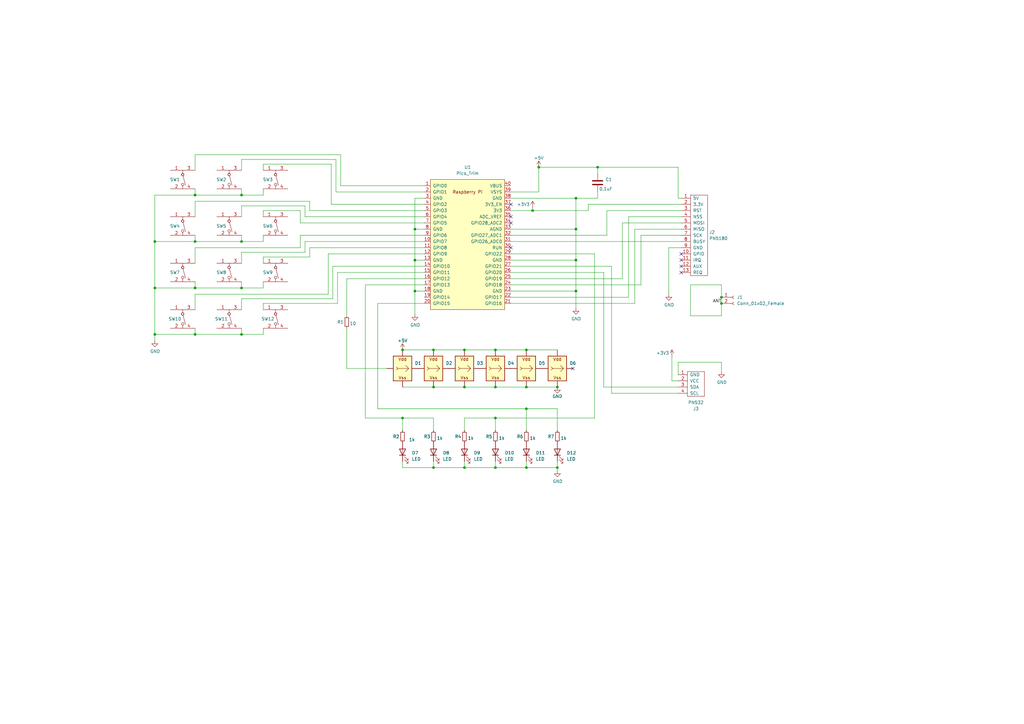
<source format=kicad_sch>
(kicad_sch (version 20230121) (generator eeschema)
  (paper "A3")
  (lib_symbols
    (symbol "Connector:Conn_01x02_Female" (pin_names (offset 1.016) hide)
      (property "Reference" "J" (at 0 2.54 0))
      (property "Value" "Conn_01x02_Female" (at 0 -5.08 0))
      (symbol "Conn_01x02_Female_1_1"
        (arc (start 0 -2.032) (mid -0.5058 -2.54) (end 0 -3.048) (stroke (width 0.1524)))
        (polyline (pts (xy -1.27 -2.54) (xy -0.508 -2.54)) (stroke (width 0.1524)))
        (polyline (pts (xy -1.27 0) (xy -0.508 0)) (stroke (width 0.1524)))
        (arc (start 0 0.508) (mid -0.5058 0) (end 0 -0.508) (stroke (width 0.1524)))
        (pin passive line (at -5.08 0 0) (length 3.81) (name "Pin_1") (number "1"))
        (pin passive line (at -5.08 -2.54 0) (length 3.81) (name "Pin_2") (number "2"))
      )
    )
    (symbol "Device:C" (pin_numbers hide) (pin_names (offset 0.254))
      (property "Reference" "C" (at 0.635 2.54 0))
      (property "Value" "C" (at 0.635 -2.54 0))
      (symbol "C_0_1"
        (polyline (pts (xy -2.032 -0.762) (xy 2.032 -0.762)) (stroke (width 0.508)))
        (polyline (pts (xy -2.032 0.762) (xy 2.032 0.762)) (stroke (width 0.508)))
      )
      (symbol "C_1_1"
        (pin passive line (at 0 3.81 270) (length 2.794) (name "~") (number "1"))
        (pin passive line (at 0 -3.81 90) (length 2.794) (name "~") (number "2"))
      )
    )
    (symbol "Device:LED" (pin_numbers hide) (pin_names (offset 1.016) hide)
      (property "Reference" "D" (at 0 2.54 0))
      (property "Value" "LED" (at 0 -2.54 0))
      (symbol "LED_0_1"
        (polyline (pts (xy -1.27 -1.27) (xy -1.27 1.27)) (stroke (width 0.254)))
        (polyline (pts (xy -1.27 0) (xy 1.27 0)))
        (polyline (pts (xy 1.27 -1.27) (xy 1.27 1.27) (xy -1.27 0) (xy 1.27 -1.27)) (stroke (width 0.254)))
        (polyline (pts (xy -3.048 -0.762) (xy -4.572 -2.286) (xy -3.81 -2.286) (xy -4.572 -2.286) (xy -4.572 -1.524)))
        (polyline (pts (xy -1.778 -0.762) (xy -3.302 -2.286) (xy -2.54 -2.286) (xy -3.302 -2.286) (xy -3.302 -1.524)))
      )
      (symbol "LED_1_1"
        (pin passive line (at -3.81 0 0) (length 2.54) (name "K") (number "1"))
        (pin passive line (at 3.81 0 180) (length 2.54) (name "A") (number "2"))
      )
    )
    (symbol "Device:R_Small" (pin_numbers hide) (pin_names (offset 0.254) hide)
      (property "Reference" "R" (at 0.762 0.508 0))
      (property "Value" "R_Small" (at 0.762 -1.016 0))
      (symbol "R_Small_0_1"
        (rectangle (start -0.762 1.778) (end 0.762 -1.778) (stroke (width 0.2032)))
      )
      (symbol "R_Small_1_1"
        (pin passive line (at 0 2.54 270) (length 0.762) (name "~") (number "1"))
        (pin passive line (at 0 -2.54 90) (length 0.762) (name "~") (number "2"))
      )
    )
    (symbol "aic_pico:PN5180" (pin_names (offset 1.016))
      (property "Reference" "J" (at 0 17.78 0))
      (property "Value" "PN5180" (at 0 -18.415 0))
      (symbol "PN5180_1_1"
        (rectangle (start -1.27 16.51) (end 5.715 -16.51))
        (pin power_in line (at -5.08 15.24 0) (length 3.81) (name "5V") (number "1"))
        (pin bidirectional line (at -5.08 -7.62 0) (length 3.81) (name "GPIO") (number "10"))
        (pin output line (at -5.08 -10.16 0) (length 3.81) (name "IRQ") (number "11"))
        (pin bidirectional line (at -5.08 -12.7 0) (length 3.81) (name "AUX") (number "12"))
        (pin bidirectional line (at -5.08 -15.24 0) (length 3.81) (name "REQ") (number "13"))
        (pin power_in line (at -5.08 12.7 0) (length 3.81) (name "3.3V") (number "2"))
        (pin input line (at -5.08 10.16 0) (length 3.81) (name "RST") (number "3"))
        (pin input line (at -5.08 7.62 0) (length 3.81) (name "NSS") (number "4"))
        (pin input line (at -5.08 5.08 0) (length 3.81) (name "MOSI") (number "5"))
        (pin output line (at -5.08 2.54 0) (length 3.81) (name "MISO") (number "6"))
        (pin input line (at -5.08 0 0) (length 3.81) (name "SCK") (number "7"))
        (pin output line (at -5.08 -2.54 0) (length 3.81) (name "BUSY") (number "8"))
        (pin power_in line (at -5.08 -5.08 0) (length 3.81) (name "GND") (number "9"))
      )
    )
    (symbol "aic_pico:PN532" (pin_names (offset 1.016))
      (property "Reference" "J" (at -1.27 6.35 0))
      (property "Value" "PN532" (at 1.27 -6.985 0))
      (symbol "PN532_1_1"
        (rectangle (start -2.54 5.08) (end 4.445 -5.08))
        (pin power_in line (at -6.35 3.81 0) (length 3.81) (name "GND") (number "1"))
        (pin power_in line (at -6.35 1.27 0) (length 3.81) (name "VCC") (number "2"))
        (pin bidirectional line (at -6.35 -1.27 0) (length 3.81) (name "SDA") (number "3"))
        (pin bidirectional line (at -6.35 -3.81 0) (length 3.81) (name "SCL") (number "4"))
      )
    )
    (symbol "aic_pico:Pico_Trim" (pin_names (offset 1.016))
      (property "Reference" "U" (at -13.97 27.94 0))
      (property "Value" "Pico_Trim" (at 0 19.05 0))
      (symbol "Pico_Trim_0_0"
        (text "Raspberry Pi" (at 0 21.59 0) (effects (font (size 1.27 1.27))))
      )
      (symbol "Pico_Trim_0_1"
        (rectangle (start -15.24 26.67) (end 15.24 -26.67) (fill (type background)))
      )
      (symbol "Pico_Trim_1_1"
        (pin bidirectional line (at -17.78 24.13 0) (length 2.54) (name "GPIO0") (number "1"))
        (pin bidirectional line (at -17.78 1.27 0) (length 2.54) (name "GPIO7") (number "10"))
        (pin bidirectional line (at -17.78 -1.27 0) (length 2.54) (name "GPIO8") (number "11"))
        (pin bidirectional line (at -17.78 -3.81 0) (length 2.54) (name "GPIO9") (number "12"))
        (pin power_in line (at -17.78 -6.35 0) (length 2.54) (name "GND") (number "13"))
        (pin bidirectional line (at -17.78 -8.89 0) (length 2.54) (name "GPIO10") (number "14"))
        (pin bidirectional line (at -17.78 -11.43 0) (length 2.54) (name "GPIO11") (number "15"))
        (pin bidirectional line (at -17.78 -13.97 0) (length 2.54) (name "GPIO12") (number "16"))
        (pin bidirectional line (at -17.78 -16.51 0) (length 2.54) (name "GPIO13") (number "17"))
        (pin power_in line (at -17.78 -19.05 0) (length 2.54) (name "GND") (number "18"))
        (pin bidirectional line (at -17.78 -21.59 0) (length 2.54) (name "GPIO14") (number "19"))
        (pin bidirectional line (at -17.78 21.59 0) (length 2.54) (name "GPIO1") (number "2"))
        (pin bidirectional line (at -17.78 -24.13 0) (length 2.54) (name "GPIO15") (number "20"))
        (pin bidirectional line (at 17.78 -24.13 180) (length 2.54) (name "GPIO16") (number "21"))
        (pin bidirectional line (at 17.78 -21.59 180) (length 2.54) (name "GPIO17") (number "22"))
        (pin power_in line (at 17.78 -19.05 180) (length 2.54) (name "GND") (number "23"))
        (pin bidirectional line (at 17.78 -16.51 180) (length 2.54) (name "GPIO18") (number "24"))
        (pin bidirectional line (at 17.78 -13.97 180) (length 2.54) (name "GPIO19") (number "25"))
        (pin bidirectional line (at 17.78 -11.43 180) (length 2.54) (name "GPIO20") (number "26"))
        (pin bidirectional line (at 17.78 -8.89 180) (length 2.54) (name "GPIO21") (number "27"))
        (pin power_in line (at 17.78 -6.35 180) (length 2.54) (name "GND") (number "28"))
        (pin bidirectional line (at 17.78 -3.81 180) (length 2.54) (name "GPIO22") (number "29"))
        (pin power_in line (at -17.78 19.05 0) (length 2.54) (name "GND") (number "3"))
        (pin input line (at 17.78 -1.27 180) (length 2.54) (name "RUN") (number "30"))
        (pin bidirectional line (at 17.78 1.27 180) (length 2.54) (name "GPIO26_ADC0") (number "31"))
        (pin bidirectional line (at 17.78 3.81 180) (length 2.54) (name "GPIO27_ADC1") (number "32"))
        (pin power_in line (at 17.78 6.35 180) (length 2.54) (name "AGND") (number "33"))
        (pin bidirectional line (at 17.78 8.89 180) (length 2.54) (name "GPIO28_ADC2") (number "34"))
        (pin unspecified line (at 17.78 11.43 180) (length 2.54) (name "ADC_VREF") (number "35"))
        (pin unspecified line (at 17.78 13.97 180) (length 2.54) (name "3V3") (number "36"))
        (pin input line (at 17.78 16.51 180) (length 2.54) (name "3V3_EN") (number "37"))
        (pin bidirectional line (at 17.78 19.05 180) (length 2.54) (name "GND") (number "38"))
        (pin unspecified line (at 17.78 21.59 180) (length 2.54) (name "VSYS") (number "39"))
        (pin bidirectional line (at -17.78 16.51 0) (length 2.54) (name "GPIO2") (number "4"))
        (pin unspecified line (at 17.78 24.13 180) (length 2.54) (name "VBUS") (number "40"))
        (pin bidirectional line (at -17.78 13.97 0) (length 2.54) (name "GPIO3") (number "5"))
        (pin bidirectional line (at -17.78 11.43 0) (length 2.54) (name "GPIO4") (number "6"))
        (pin bidirectional line (at -17.78 8.89 0) (length 2.54) (name "GPIO5") (number "7"))
        (pin power_in line (at -17.78 6.35 0) (length 2.54) (name "GND") (number "8"))
        (pin bidirectional line (at -17.78 3.81 0) (length 2.54) (name "GPIO6") (number "9"))
      )
    )
    (symbol "aic_pico:SKRR_4pin" (pin_names (offset 0) hide)
      (property "Reference" "SW?" (at -0.635 -7.62 0))
      (symbol "SKRR_4pin_0_0"
        (circle (center 0 -2.032) (radius 0.508))
        (polyline (pts (xy 0.127 1.524) (xy 1.1684 -2.3622)))
        (circle (center 0 2.032) (radius 0.508))
        (circle (center 0 2.032) (radius 0.508))
      )
      (symbol "SKRR_4pin_0_1"
        (polyline (pts (xy 0 -2.54) (xy 0 -3.81)))
        (polyline (pts (xy 0 3.81) (xy 0 2.54)))
      )
      (symbol "SKRR_4pin_1_1"
        (pin passive line (at -5.08 3.81 0) (length 5.08) (name "~") (number "1"))
        (pin passive line (at -5.08 -3.81 0) (length 5.08) (name "~") (number "2"))
        (pin passive line (at 5.08 3.81 180) (length 5.08) (name "~") (number "3"))
        (pin passive line (at 5.08 -3.81 180) (length 5.08) (name "~") (number "4"))
      )
    )
    (symbol "aic_pico:WS2812B_Unified" (pin_numbers hide) (pin_names (offset 0.254) hide)
      (property "Reference" "D10" (at 2.54 6.35 0))
      (symbol "WS2812B_Unified_0_0"
        (polyline (pts (xy -1.905 0) (xy 2.54 0) (xy 1.27 1.27)))
        (text "Vdd" (at 0 3.81 0) (effects (font (size 1.27 1.27))))
        (text "Vss" (at 0 -3.81 0) (effects (font (size 1.27 1.27))))
      )
      (symbol "WS2812B_Unified_0_1"
        (rectangle (start -3.81 5.08) (end 3.81 -5.08) (stroke (width 0.254)) (fill (type background)))
        (polyline (pts (xy 1.27 -1.27) (xy 2.54 0)))
        (polyline (pts (xy -2.54 0.635) (xy -1.905 0) (xy -2.54 -0.635)))
      )
      (symbol "WS2812B_Unified_1_1"
        (pin power_in line (at 0 -7.62 90) (length 2.54) (name "VSS") (number "G"))
        (pin input line (at -6.35 0 0) (length 2.54) (name "In") (number "I"))
        (pin output line (at 6.35 0 180) (length 2.54) (name "Out") (number "O"))
        (pin power_in line (at 0 7.62 270) (length 2.54) (name "VDD") (number "V"))
      )
    )
    (symbol "power:+3V3" (power) (pin_names (offset 0))
      (property "Value" "+3V3" (at 0 3.556 0))
      (symbol "+3V3_0_1"
        (polyline (pts (xy -0.762 1.27) (xy 0 2.54)))
        (polyline (pts (xy 0 0) (xy 0 2.54)))
        (polyline (pts (xy 0 2.54) (xy 0.762 1.27)))
      )
      (symbol "+3V3_1_1"
        (pin power_in line (at 0 0 90) (length 0) hide (name "+3V3") (number "1"))
      )
    )
    (symbol "power:+5V" (power) (pin_names (offset 0))
      (property "Value" "+5V" (at 0 3.556 0))
      (symbol "+5V_0_1"
        (polyline (pts (xy -0.762 1.27) (xy 0 2.54)))
        (polyline (pts (xy 0 0) (xy 0 2.54)))
        (polyline (pts (xy 0 2.54) (xy 0.762 1.27)))
      )
      (symbol "+5V_1_1"
        (pin power_in line (at 0 0 90) (length 0) hide (name "+5V") (number "1"))
      )
    )
    (symbol "power:GND" (power) (pin_names (offset 0))
      (property "Value" "GND" (at 0 -3.81 0))
      (symbol "GND_0_1"
        (polyline (pts (xy 0 0) (xy 0 -1.27) (xy 1.27 -1.27) (xy 0 -2.54) (xy -1.27 -1.27) (xy 0 -1.27)))
      )
      (symbol "GND_1_1"
        (pin power_in line (at 0 0 270) (length 0) hide (name "GND") (number "1"))
      )
    )
  )
  (junction (at 80.01 118.11))
  (junction (at 63.5 118.11))
  (junction (at 236.22 81.28))
  (junction (at 177.8 158.75))
  (junction (at 215.9 143.51))
  (junction (at 190.5 143.51))
  (junction (at 80.01 137.16))
  (junction (at 245.11 68.58))
  (junction (at 190.5 158.75))
  (junction (at 177.8 143.51))
  (junction (at 215.9 167.64))
  (junction (at 203.2 158.75))
  (junction (at 165.1 143.51))
  (junction (at 170.18 119.38))
  (junction (at 165.1 171.45))
  (junction (at 63.5 99.06))
  (junction (at 218.44 86.36))
  (junction (at 228.6 158.75))
  (junction (at 99.06 99.06))
  (junction (at 80.01 80.01))
  (junction (at 99.06 118.11))
  (junction (at 99.06 137.16))
  (junction (at 63.5 137.16))
  (junction (at 203.2 143.51))
  (junction (at 215.9 158.75))
  (junction (at 215.9 191.77))
  (junction (at 190.5 191.77))
  (junction (at 203.2 191.77))
  (junction (at 170.18 106.68))
  (junction (at 295.91 121.92))
  (junction (at 203.2 171.45))
  (junction (at 170.18 93.98))
  (junction (at 99.06 80.01))
  (junction (at 177.8 191.77))
  (junction (at 236.22 106.68))
  (junction (at 236.22 93.98))
  (junction (at 220.98 68.58))
  (junction (at 228.6 191.77))
  (junction (at 295.91 124.46))
  (junction (at 236.22 119.38))
  (junction (at 80.01 99.06))
  (no_connect (at 279.4 106.68))
  (no_connect (at 279.4 109.22))
  (no_connect (at 209.55 101.6))
  (no_connect (at 209.55 83.82))
  (no_connect (at 209.55 88.9))
  (no_connect (at 209.55 91.44))
  (no_connect (at 234.95 151.13))
  (no_connect (at 279.4 104.14))
  (no_connect (at 279.4 111.76))
  (wire (pts (xy 138.43 111.76) (xy 138.43 124.46)))
  (wire (pts (xy 99.06 122.555) (xy 99.06 127)))
  (wire (pts (xy 241.3 83.82) (xy 279.4 83.82)))
  (wire (pts (xy 262.89 96.52) (xy 279.4 96.52)))
  (wire (pts (xy 134.62 120.65) (xy 80.01 120.65)))
  (wire (pts (xy 209.55 86.36) (xy 218.44 86.36)))
  (wire (pts (xy 209.55 114.3) (xy 255.27 114.3)))
  (wire (pts (xy 245.11 68.58) (xy 278.13 68.58)))
  (wire (pts (xy 228.6 189.23) (xy 228.6 191.77)))
  (wire (pts (xy 63.5 80.01) (xy 80.01 80.01)))
  (wire (pts (xy 170.18 81.28) (xy 170.18 93.98)))
  (wire (pts (xy 165.1 191.77) (xy 177.8 191.77)))
  (wire (pts (xy 209.55 78.74) (xy 220.98 78.74)))
  (wire (pts (xy 209.55 119.38) (xy 236.22 119.38)))
  (wire (pts (xy 125.095 103.505) (xy 99.06 103.505)))
  (wire (pts (xy 243.84 171.45) (xy 243.84 104.14)))
  (wire (pts (xy 247.65 111.76) (xy 209.55 111.76)))
  (wire (pts (xy 203.2 171.45) (xy 203.2 176.53)))
  (wire (pts (xy 190.5 189.23) (xy 190.5 191.77)))
  (wire (pts (xy 165.1 158.75) (xy 177.8 158.75)))
  (wire (pts (xy 243.84 104.14) (xy 209.55 104.14)))
  (wire (pts (xy 107.95 134.62) (xy 107.95 137.16)))
  (wire (pts (xy 236.22 81.28) (xy 236.22 93.98)))
  (wire (pts (xy 99.06 118.11) (xy 80.01 118.11)))
  (wire (pts (xy 245.11 71.12) (xy 245.11 68.58)))
  (wire (pts (xy 80.01 77.47) (xy 80.01 80.01)))
  (wire (pts (xy 173.99 101.6) (xy 127 101.6)))
  (wire (pts (xy 209.55 121.92) (xy 257.81 121.92)))
  (wire (pts (xy 190.5 171.45) (xy 203.2 171.45)))
  (wire (pts (xy 278.13 161.29) (xy 250.825 161.29)))
  (wire (pts (xy 283.21 129.54) (xy 295.91 129.54)))
  (wire (pts (xy 275.59 146.05) (xy 275.59 156.21)))
  (wire (pts (xy 173.99 109.22) (xy 136.525 109.22)))
  (wire (pts (xy 80.01 82.55) (xy 80.01 88.9)))
  (wire (pts (xy 274.32 101.6) (xy 274.32 120.65)))
  (wire (pts (xy 215.9 167.64) (xy 215.9 176.53)))
  (wire (pts (xy 220.98 78.74) (xy 220.98 68.58)))
  (wire (pts (xy 107.95 107.95) (xy 107.95 105.41)))
  (wire (pts (xy 203.2 191.77) (xy 215.9 191.77)))
  (wire (pts (xy 190.5 171.45) (xy 190.5 176.53)))
  (wire (pts (xy 218.44 86.36) (xy 241.3 86.36)))
  (wire (pts (xy 215.9 158.75) (xy 228.6 158.75)))
  (wire (pts (xy 257.81 121.92) (xy 257.81 88.9)))
  (wire (pts (xy 173.99 116.84) (xy 149.86 116.84)))
  (wire (pts (xy 137.795 65.405) (xy 99.06 65.405)))
  (wire (pts (xy 173.99 83.82) (xy 135.89 83.82)))
  (wire (pts (xy 170.18 93.98) (xy 170.18 106.68)))
  (wire (pts (xy 236.22 119.38) (xy 236.22 126.365)))
  (wire (pts (xy 123.19 96.52) (xy 123.19 101.6)))
  (wire (pts (xy 257.81 88.9) (xy 279.4 88.9)))
  (wire (pts (xy 278.13 148.59) (xy 295.91 148.59)))
  (wire (pts (xy 247.65 158.75) (xy 247.65 111.76)))
  (wire (pts (xy 80.01 101.6) (xy 80.01 107.95)))
  (wire (pts (xy 135.89 83.82) (xy 135.89 67.31)))
  (wire (pts (xy 149.86 116.84) (xy 149.86 171.45)))
  (wire (pts (xy 190.5 158.75) (xy 203.2 158.75)))
  (wire (pts (xy 125.095 84.455) (xy 99.06 84.455)))
  (wire (pts (xy 107.95 77.47) (xy 107.95 80.01)))
  (wire (pts (xy 173.99 86.36) (xy 127 86.36)))
  (wire (pts (xy 107.95 96.52) (xy 107.95 99.06)))
  (wire (pts (xy 107.95 137.16) (xy 99.06 137.16)))
  (wire (pts (xy 80.01 118.11) (xy 63.5 118.11)))
  (wire (pts (xy 63.5 118.11) (xy 63.5 137.16)))
  (wire (pts (xy 125.095 88.9) (xy 125.095 84.455)))
  (wire (pts (xy 123.19 91.44) (xy 123.19 86.36)))
  (wire (pts (xy 203.2 158.75) (xy 215.9 158.75)))
  (wire (pts (xy 99.06 65.405) (xy 99.06 69.85)))
  (wire (pts (xy 173.99 91.44) (xy 123.19 91.44)))
  (wire (pts (xy 173.99 104.14) (xy 134.62 104.14)))
  (wire (pts (xy 278.13 81.28) (xy 279.4 81.28)))
  (wire (pts (xy 99.06 103.505) (xy 99.06 107.95)))
  (wire (pts (xy 63.5 99.06) (xy 63.5 118.11)))
  (wire (pts (xy 215.9 143.51) (xy 228.6 143.51)))
  (wire (pts (xy 165.1 143.51) (xy 177.8 143.51)))
  (wire (pts (xy 136.525 109.22) (xy 136.525 122.555)))
  (wire (pts (xy 99.06 84.455) (xy 99.06 88.9)))
  (wire (pts (xy 173.99 96.52) (xy 123.19 96.52)))
  (wire (pts (xy 125.095 99.06) (xy 125.095 103.505)))
  (wire (pts (xy 142.24 114.3) (xy 142.24 129.54)))
  (wire (pts (xy 250.825 109.22) (xy 209.55 109.22)))
  (wire (pts (xy 99.06 96.52) (xy 99.06 99.06)))
  (wire (pts (xy 107.95 105.41) (xy 127 105.41)))
  (wire (pts (xy 173.99 76.2) (xy 139.7 76.2)))
  (wire (pts (xy 165.1 171.45) (xy 165.1 176.53)))
  (wire (pts (xy 177.8 171.45) (xy 177.8 176.53)))
  (wire (pts (xy 173.99 78.74) (xy 137.795 78.74)))
  (wire (pts (xy 107.95 86.36) (xy 123.19 86.36)))
  (wire (pts (xy 173.99 88.9) (xy 125.095 88.9)))
  (wire (pts (xy 295.91 121.92) (xy 295.91 124.46)))
  (wire (pts (xy 218.44 85.09) (xy 218.44 86.36)))
  (wire (pts (xy 190.5 191.77) (xy 203.2 191.77)))
  (wire (pts (xy 80.01 120.65) (xy 80.01 127)))
  (wire (pts (xy 80.01 99.06) (xy 63.5 99.06)))
  (wire (pts (xy 80.01 134.62) (xy 80.01 137.16)))
  (wire (pts (xy 278.13 158.75) (xy 247.65 158.75)))
  (wire (pts (xy 177.8 191.77) (xy 190.5 191.77)))
  (wire (pts (xy 177.8 158.75) (xy 190.5 158.75)))
  (wire (pts (xy 295.91 129.54) (xy 295.91 124.46)))
  (wire (pts (xy 107.95 124.46) (xy 138.43 124.46)))
  (wire (pts (xy 203.2 189.23) (xy 203.2 191.77)))
  (wire (pts (xy 279.4 101.6) (xy 274.32 101.6)))
  (wire (pts (xy 177.8 143.51) (xy 190.5 143.51)))
  (wire (pts (xy 245.11 78.74) (xy 245.11 81.28)))
  (wire (pts (xy 99.06 80.01) (xy 107.95 80.01)))
  (wire (pts (xy 165.1 171.45) (xy 177.8 171.45)))
  (wire (pts (xy 127 82.55) (xy 80.01 82.55)))
  (wire (pts (xy 107.95 88.9) (xy 107.95 86.36)))
  (wire (pts (xy 278.13 68.58) (xy 278.13 81.28)))
  (wire (pts (xy 203.2 171.45) (xy 243.84 171.45)))
  (wire (pts (xy 170.18 106.68) (xy 170.18 119.38)))
  (wire (pts (xy 107.95 69.85) (xy 107.95 67.31)))
  (wire (pts (xy 278.13 153.67) (xy 278.13 148.59)))
  (wire (pts (xy 99.06 134.62) (xy 99.06 137.16)))
  (wire (pts (xy 241.3 86.36) (xy 241.3 83.82)))
  (wire (pts (xy 173.99 99.06) (xy 125.095 99.06)))
  (wire (pts (xy 99.06 137.16) (xy 80.01 137.16)))
  (wire (pts (xy 255.27 114.3) (xy 255.27 91.44)))
  (wire (pts (xy 165.1 189.23) (xy 165.1 191.77)))
  (wire (pts (xy 80.01 115.57) (xy 80.01 118.11)))
  (wire (pts (xy 295.91 121.92) (xy 295.91 116.84)))
  (wire (pts (xy 142.24 134.62) (xy 142.24 151.13)))
  (wire (pts (xy 136.525 122.555) (xy 99.06 122.555)))
  (wire (pts (xy 173.99 114.3) (xy 142.24 114.3)))
  (wire (pts (xy 107.95 67.31) (xy 135.89 67.31)))
  (wire (pts (xy 173.99 81.28) (xy 170.18 81.28)))
  (wire (pts (xy 170.18 119.38) (xy 173.99 119.38)))
  (wire (pts (xy 236.22 106.68) (xy 236.22 119.38)))
  (wire (pts (xy 127 86.36) (xy 127 82.55)))
  (wire (pts (xy 127 101.6) (xy 127 105.41)))
  (wire (pts (xy 177.8 189.23) (xy 177.8 191.77)))
  (wire (pts (xy 173.99 111.76) (xy 138.43 111.76)))
  (wire (pts (xy 154.94 124.46) (xy 154.94 167.64)))
  (wire (pts (xy 255.27 91.44) (xy 279.4 91.44)))
  (wire (pts (xy 260.35 93.98) (xy 279.4 93.98)))
  (wire (pts (xy 209.55 81.28) (xy 236.22 81.28)))
  (wire (pts (xy 149.86 171.45) (xy 165.1 171.45)))
  (wire (pts (xy 190.5 143.51) (xy 203.2 143.51)))
  (wire (pts (xy 99.06 115.57) (xy 99.06 118.11)))
  (wire (pts (xy 209.55 106.68) (xy 236.22 106.68)))
  (wire (pts (xy 209.55 124.46) (xy 260.35 124.46)))
  (wire (pts (xy 260.35 124.46) (xy 260.35 93.98)))
  (wire (pts (xy 236.22 93.98) (xy 236.22 106.68)))
  (wire (pts (xy 275.59 156.21) (xy 278.13 156.21)))
  (wire (pts (xy 248.92 86.36) (xy 279.4 86.36)))
  (wire (pts (xy 215.9 167.64) (xy 228.6 167.64)))
  (wire (pts (xy 262.89 116.84) (xy 262.89 96.52)))
  (wire (pts (xy 209.55 93.98) (xy 236.22 93.98)))
  (wire (pts (xy 139.7 76.2) (xy 139.7 63.5)))
  (wire (pts (xy 154.94 167.64) (xy 215.9 167.64)))
  (wire (pts (xy 228.6 191.77) (xy 228.6 193.04)))
  (wire (pts (xy 142.24 151.13) (xy 158.75 151.13)))
  (wire (pts (xy 63.5 80.01) (xy 63.5 99.06)))
  (wire (pts (xy 295.91 148.59) (xy 295.91 152.4)))
  (wire (pts (xy 250.825 161.29) (xy 250.825 109.22)))
  (wire (pts (xy 209.55 116.84) (xy 262.89 116.84)))
  (wire (pts (xy 80.01 63.5) (xy 80.01 69.85)))
  (wire (pts (xy 209.55 99.06) (xy 279.4 99.06)))
  (wire (pts (xy 248.92 96.52) (xy 209.55 96.52)))
  (wire (pts (xy 134.62 104.14) (xy 134.62 120.65)))
  (wire (pts (xy 173.99 124.46) (xy 154.94 124.46)))
  (wire (pts (xy 80.01 96.52) (xy 80.01 99.06)))
  (wire (pts (xy 107.95 127) (xy 107.95 124.46)))
  (wire (pts (xy 203.2 143.51) (xy 215.9 143.51)))
  (wire (pts (xy 170.18 93.98) (xy 173.99 93.98)))
  (wire (pts (xy 107.95 118.11) (xy 99.06 118.11)))
  (wire (pts (xy 248.92 86.36) (xy 248.92 96.52)))
  (wire (pts (xy 80.01 80.01) (xy 99.06 80.01)))
  (wire (pts (xy 228.6 167.64) (xy 228.6 176.53)))
  (wire (pts (xy 63.5 137.16) (xy 63.5 139.7)))
  (wire (pts (xy 215.9 189.23) (xy 215.9 191.77)))
  (wire (pts (xy 80.01 137.16) (xy 63.5 137.16)))
  (wire (pts (xy 215.9 191.77) (xy 228.6 191.77)))
  (wire (pts (xy 99.06 99.06) (xy 80.01 99.06)))
  (wire (pts (xy 107.95 99.06) (xy 99.06 99.06)))
  (wire (pts (xy 170.18 119.38) (xy 170.18 128.905)))
  (wire (pts (xy 170.18 106.68) (xy 173.99 106.68)))
  (wire (pts (xy 295.91 116.84) (xy 283.21 116.84)))
  (wire (pts (xy 139.7 63.5) (xy 80.01 63.5)))
  (wire (pts (xy 123.19 101.6) (xy 80.01 101.6)))
  (wire (pts (xy 107.95 115.57) (xy 107.95 118.11)))
  (wire (pts (xy 236.22 81.28) (xy 245.11 81.28)))
  (wire (pts (xy 99.06 77.47) (xy 99.06 80.01)))
  (wire (pts (xy 245.11 68.58) (xy 220.98 68.58)))
  (wire (pts (xy 283.21 116.84) (xy 283.21 129.54)))
  (wire (pts (xy 137.795 78.74) (xy 137.795 65.405)))
  (label "ANT" (at 295.91 124.46 180))
  (symbol (lib_id "power:+5V") (at 220.98 68.58 0) (unit 1)
    (property "Reference" "#PWR0114" (effects hide))
    (property "Value" "+5V" (at 220.98 64.77 0))
  )
  (symbol (lib_id "Device:LED") (at 215.9 185.42 90) (unit 1)
    (property "Reference" "D11" (at 219.71 185.7375 90) (effects (justify right)))
    (property "Value" "LED" (at 219.71 188.2775 90) (effects (justify right)))
    (property "Footprint" "LED_SMD:LED_0603_1608Metric_Pad1.05x0.95mm_HandSolder" (effects hide))
  )
  (symbol (lib_id "power:+3V3") (at 275.59 146.05 0) (unit 1)
    (property "Reference" "#PWR06" (effects hide))
    (property "Value" "+3V3" (at 271.78 144.78 0))
  )
  (symbol (lib_id "aic_pico:SKRR_4pin") (at 93.98 130.81 0) (unit 1)
    (property "Reference" "SW11" (at 90.805 130.81 0))
    (property "Value" "SKRR_4pin" (effects hide))
    (property "Footprint" "aic_pico:SKRR" (effects hide))
  )
  (symbol (lib_id "aic_pico:WS2812B_Unified") (at 165.1 151.13 0) (unit 1)
    (property "Reference" "D1" (at 171.45 148.971 0))
    (property "Value" "WS2812B_Unified" (effects hide))
    (property "Footprint" "aic_pico:WS2812B-1204" (effects hide))
  )
  (symbol (lib_id "Device:R_Small") (at 190.5 179.07 180) (unit 1)
    (property "Reference" "R4" (at 189.23 179.07 0) (effects (justify left)))
    (property "Value" "1k" (at 194.31 179.705 0) (effects (justify left)))
    (property "Footprint" "Resistor_SMD:R_0603_1608Metric" (effects hide))
    (property "LCSC" "C23186" (effects hide))
  )
  (symbol (lib_id "Device:LED") (at 228.6 185.42 90) (unit 1)
    (property "Reference" "D12" (at 232.41 185.7375 90) (effects (justify right)))
    (property "Value" "LED" (at 232.41 188.2775 90) (effects (justify right)))
    (property "Footprint" "LED_SMD:LED_0603_1608Metric_Pad1.05x0.95mm_HandSolder" (effects hide))
  )
  (symbol (lib_id "Device:R_Small") (at 228.6 179.07 180) (unit 1)
    (property "Reference" "R7" (at 227.33 179.07 0) (effects (justify left)))
    (property "Value" "1k" (at 232.41 179.705 0) (effects (justify left)))
    (property "Footprint" "Resistor_SMD:R_0603_1608Metric" (effects hide))
    (property "LCSC" "C23186" (effects hide))
  )
  (symbol (lib_id "Device:R_Small") (at 142.24 132.08 180) (unit 1)
    (property "Reference" "R1" (at 140.97 132.08 0) (effects (justify left)))
    (property "Value" "10" (at 146.05 132.715 0) (effects (justify left)))
    (property "Footprint" "Resistor_SMD:R_0603_1608Metric" (effects hide))
    (property "LCSC" "C23186" (effects hide))
  )
  (symbol (lib_id "power:GND") (at 170.18 128.905 0) (unit 1)
    (property "Reference" "#PWR0125" (effects hide))
    (property "Value" "GND" (at 170.307 133.2992 0))
  )
  (symbol (lib_id "power:GND") (at 236.22 126.365 0) (unit 1)
    (property "Reference" "#PWR0103" (effects hide))
    (property "Value" "GND" (at 236.347 130.7592 0))
  )
  (symbol (lib_id "aic_pico:SKRR_4pin") (at 93.98 73.66 0) (unit 1)
    (property "Reference" "SW2" (at 90.805 73.66 0))
    (property "Value" "SKRR_4pin" (effects hide))
    (property "Footprint" "aic_pico:SKRR" (effects hide))
  )
  (symbol (lib_id "aic_pico:SKRR_4pin") (at 74.93 73.66 0) (unit 1)
    (property "Reference" "SW1" (at 71.755 73.66 0))
    (property "Value" "SKRR_4pin" (effects hide))
    (property "Footprint" "aic_pico:SKRR" (effects hide))
  )
  (symbol (lib_id "aic_pico:SKRR_4pin") (at 93.98 92.71 0) (unit 1)
    (property "Reference" "SW5" (at 90.805 92.71 0))
    (property "Value" "SKRR_4pin" (effects hide))
    (property "Footprint" "aic_pico:SKRR" (effects hide))
  )
  (symbol (lib_id "aic_pico:WS2812B_Unified") (at 190.5 151.13 0) (unit 1)
    (property "Reference" "D3" (at 196.85 148.971 0))
    (property "Value" "WS2812B_Unified" (effects hide))
    (property "Footprint" "aic_pico:WS2812B-1204" (effects hide))
  )
  (symbol (lib_id "aic_pico:SKRR_4pin") (at 74.93 92.71 0) (unit 1)
    (property "Reference" "SW4" (at 71.755 92.71 0))
    (property "Value" "SKRR_4pin" (effects hide))
    (property "Footprint" "aic_pico:SKRR" (effects hide))
  )
  (symbol (lib_id "power:+5V") (at 165.1 143.51 0) (mirror y) (unit 1)
    (property "Reference" "#PWR01" (effects hide))
    (property "Value" "+5V" (at 165.1 139.7 0))
  )
  (symbol (lib_id "Device:LED") (at 190.5 185.42 90) (unit 1)
    (property "Reference" "D9" (at 194.31 185.7375 90) (effects (justify right)))
    (property "Value" "LED" (at 194.31 188.2775 90) (effects (justify right)))
    (property "Footprint" "LED_SMD:LED_0603_1608Metric_Pad1.05x0.95mm_HandSolder" (effects hide))
  )
  (symbol (lib_id "aic_pico:SKRR_4pin") (at 74.93 111.76 0) (unit 1)
    (property "Reference" "SW7" (at 71.755 111.76 0))
    (property "Value" "SKRR_4pin" (effects hide))
    (property "Footprint" "aic_pico:SKRR" (effects hide))
  )
  (symbol (lib_id "aic_pico:PN5180") (at 284.48 96.52 0) (unit 1)
    (property "Reference" "J2" (at 290.83 95.25 0) (effects (justify left)))
    (property "Value" "PN5180" (at 290.83 97.79 0) (effects (justify left)))
    (property "Footprint" "aic_pico:pn5180_conn" (effects hide))
  )
  (symbol (lib_id "aic_pico:WS2812B_Unified") (at 203.2 151.13 0) (unit 1)
    (property "Reference" "D4" (at 209.55 148.971 0))
    (property "Value" "WS2812B_Unified" (effects hide))
    (property "Footprint" "aic_pico:WS2812B-1204" (effects hide))
  )
  (symbol (lib_id "aic_pico:SKRR_4pin") (at 93.98 111.76 0) (unit 1)
    (property "Reference" "SW8" (at 90.805 111.76 0))
    (property "Value" "SKRR_4pin" (effects hide))
    (property "Footprint" "aic_pico:SKRR" (effects hide))
  )
  (symbol (lib_id "aic_pico:SKRR_4pin") (at 113.03 73.66 0) (unit 1)
    (property "Reference" "SW3" (at 109.855 73.66 0))
    (property "Value" "SKRR_4pin" (effects hide))
    (property "Footprint" "aic_pico:SKRR" (effects hide))
  )
  (symbol (lib_id "Device:LED") (at 203.2 185.42 90) (unit 1)
    (property "Reference" "D10" (at 207.01 185.7375 90) (effects (justify right)))
    (property "Value" "LED" (at 207.01 188.2775 90) (effects (justify right)))
    (property "Footprint" "LED_SMD:LED_0603_1608Metric_Pad1.05x0.95mm_HandSolder" (effects hide))
  )
  (symbol (lib_id "aic_pico:Pico_Trim") (at 191.77 100.33 0) (unit 1)
    (property "Reference" "U1" (at 191.77 68.58 0))
    (property "Value" "Pico_Trim" (at 191.77 71.12 0))
    (property "Footprint" "aic_pico:RPi_Pico_SMD_No_USB" (effects hide))
  )
  (symbol (lib_id "Device:R_Small") (at 165.1 179.07 180) (unit 1)
    (property "Reference" "R2" (at 163.83 179.07 0) (effects (justify left)))
    (property "Value" "1k" (at 170.18 180.34 0) (effects (justify left)))
    (property "Footprint" "Resistor_SMD:R_0603_1608Metric" (effects hide))
    (property "LCSC" "C23186" (effects hide))
  )
  (symbol (lib_id "power:GND") (at 274.32 120.65 0) (unit 1)
    (property "Reference" "#PWR04" (effects hide))
    (property "Value" "GND" (at 274.447 125.0442 0))
  )
  (symbol (lib_id "Device:C") (at 245.11 74.93 0) (unit 1)
    (property "Reference" "C1" (at 248.285 73.66 0) (effects (justify left)))
    (property "Value" "0.1uF" (at 245.745 77.47 0) (effects (justify left)))
    (property "Footprint" "Capacitor_SMD:C_0603_1608Metric" (effects hide))
  )
  (symbol (lib_id "aic_pico:WS2812B_Unified") (at 228.6 151.13 0) (unit 1)
    (property "Reference" "D6" (at 234.95 148.971 0))
    (property "Value" "WS2812B_Unified" (effects hide))
    (property "Footprint" "aic_pico:WS2812B-1204" (effects hide))
  )
  (symbol (lib_id "Device:R_Small") (at 215.9 179.07 180) (unit 1)
    (property "Reference" "R6" (at 214.63 179.07 0) (effects (justify left)))
    (property "Value" "1k" (at 219.71 179.705 0) (effects (justify left)))
    (property "Footprint" "Resistor_SMD:R_0603_1608Metric" (effects hide))
    (property "LCSC" "C23186" (effects hide))
  )
  (symbol (lib_id "Connector:Conn_01x02_Female") (at 300.99 121.92 0) (unit 1)
    (property "Reference" "J1" (at 302.26 121.9199 0) (effects (justify left)))
    (property "Value" "Conn_01x02_Female" (at 302.26 124.4599 0) (effects (justify left)))
    (property "Footprint" "aic_pico:ANT_2P" (effects hide))
  )
  (symbol (lib_id "aic_pico:SKRR_4pin") (at 113.03 111.76 0) (unit 1)
    (property "Reference" "SW9" (at 109.855 111.76 0))
    (property "Value" "SKRR_4pin" (effects hide))
    (property "Footprint" "aic_pico:SKRR" (effects hide))
  )
  (symbol (lib_id "power:GND") (at 63.5 139.7 0) (unit 1)
    (property "Reference" "#PWR0118" (effects hide))
    (property "Value" "GND" (at 63.627 144.0942 0))
  )
  (symbol (lib_id "Device:R_Small") (at 203.2 179.07 180) (unit 1)
    (property "Reference" "R5" (at 201.93 179.07 0) (effects (justify left)))
    (property "Value" "1k" (at 207.01 179.705 0) (effects (justify left)))
    (property "Footprint" "Resistor_SMD:R_0603_1608Metric" (effects hide))
    (property "LCSC" "C23186" (effects hide))
  )
  (symbol (lib_id "power:GND") (at 228.6 158.75 0) (unit 1)
    (property "Reference" "#PWR02" (effects hide))
    (property "Value" "GND" (at 228.6 162.56 0))
  )
  (symbol (lib_id "aic_pico:SKRR_4pin") (at 113.03 130.81 0) (unit 1)
    (property "Reference" "SW12" (at 109.855 130.81 0))
    (property "Value" "SKRR_4pin" (effects hide))
    (property "Footprint" "aic_pico:SKRR" (effects hide))
  )
  (symbol (lib_id "aic_pico:SKRR_4pin") (at 113.03 92.71 0) (unit 1)
    (property "Reference" "SW6" (at 109.855 92.71 0))
    (property "Value" "SKRR_4pin" (effects hide))
    (property "Footprint" "aic_pico:SKRR" (effects hide))
  )
  (symbol (lib_id "power:GND") (at 228.6 193.04 0) (unit 1)
    (property "Reference" "#PWR03" (effects hide))
    (property "Value" "GND" (at 228.727 197.4342 0))
  )
  (symbol (lib_id "aic_pico:WS2812B_Unified") (at 215.9 151.13 0) (unit 1)
    (property "Reference" "D5" (at 222.25 148.971 0))
    (property "Value" "WS2812B_Unified" (effects hide))
    (property "Footprint" "aic_pico:WS2812B-1204" (effects hide))
  )
  (symbol (lib_id "Device:LED") (at 177.8 185.42 90) (unit 1)
    (property "Reference" "D8" (at 181.61 185.7375 90) (effects (justify right)))
    (property "Value" "LED" (at 181.61 188.2775 90) (effects (justify right)))
    (property "Footprint" "LED_SMD:LED_0603_1608Metric_Pad1.05x0.95mm_HandSolder" (effects hide))
  )
  (symbol (lib_id "power:+3V3") (at 218.44 85.09 0) (unit 1)
    (property "Reference" "#PWR0111" (effects hide))
    (property "Value" "+3V3" (at 214.63 83.82 0))
  )
  (symbol (lib_id "aic_pico:WS2812B_Unified") (at 177.8 151.13 0) (unit 1)
    (property "Reference" "D2" (at 184.15 148.971 0))
    (property "Value" "WS2812B_Unified" (effects hide))
    (property "Footprint" "aic_pico:WS2812B-1204" (effects hide))
  )
  (symbol (lib_id "Device:R_Small") (at 177.8 179.07 180) (unit 1)
    (property "Reference" "R3" (at 176.53 179.07 0) (effects (justify left)))
    (property "Value" "1k" (at 181.61 179.705 0) (effects (justify left)))
    (property "Footprint" "Resistor_SMD:R_0603_1608Metric" (effects hide))
    (property "LCSC" "C23186" (effects hide))
  )
  (symbol (lib_id "Device:LED") (at 165.1 185.42 90) (unit 1)
    (property "Reference" "D7" (at 168.91 185.7375 90) (effects (justify right)))
    (property "Value" "LED" (at 168.91 188.2775 90) (effects (justify right)))
    (property "Footprint" "LED_SMD:LED_0603_1608Metric_Pad1.05x0.95mm_HandSolder" (effects hide))
  )
  (symbol (lib_id "aic_pico:PN532") (at 284.48 157.48 0) (unit 1)
    (property "Reference" "J3" (at 285.4325 167.64 0))
    (property "Value" "PN532" (at 285.4325 165.1 0))
    (property "Footprint" "aic_pico:pn532_conn" (effects hide))
  )
  (symbol (lib_id "aic_pico:SKRR_4pin") (at 74.93 130.81 0) (unit 1)
    (property "Reference" "SW10" (at 71.755 130.81 0))
    (property "Value" "SKRR_4pin" (effects hide))
    (property "Footprint" "aic_pico:SKRR" (effects hide))
  )
  (symbol (lib_id "power:GND") (at 295.91 152.4 0) (unit 1)
    (property "Reference" "#PWR05" (effects hide))
    (property "Value" "GND" (at 296.037 156.7942 0))
  )
)
</source>
